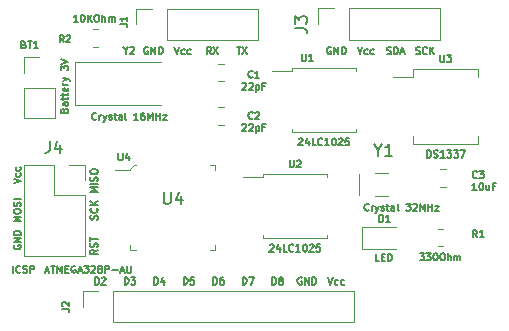
<source format=gbr>
%TF.GenerationSoftware,KiCad,Pcbnew,(6.0.1)*%
%TF.CreationDate,2022-06-05T18:07:15-04:00*%
%TF.ProjectId,PCB Design,50434220-4465-4736-9967-6e2e6b696361,v1*%
%TF.SameCoordinates,Original*%
%TF.FileFunction,Legend,Top*%
%TF.FilePolarity,Positive*%
%FSLAX46Y46*%
G04 Gerber Fmt 4.6, Leading zero omitted, Abs format (unit mm)*
G04 Created by KiCad (PCBNEW (6.0.1)) date 2022-06-05 18:07:15*
%MOMM*%
%LPD*%
G01*
G04 APERTURE LIST*
%ADD10C,0.150000*%
%ADD11C,0.120000*%
%ADD12C,0.100000*%
G04 APERTURE END LIST*
D10*
X105728571Y-106242857D02*
X105814285Y-106271428D01*
X105957142Y-106271428D01*
X106014285Y-106242857D01*
X106042857Y-106214285D01*
X106071428Y-106157142D01*
X106071428Y-106100000D01*
X106042857Y-106042857D01*
X106014285Y-106014285D01*
X105957142Y-105985714D01*
X105842857Y-105957142D01*
X105785714Y-105928571D01*
X105757142Y-105900000D01*
X105728571Y-105842857D01*
X105728571Y-105785714D01*
X105757142Y-105728571D01*
X105785714Y-105700000D01*
X105842857Y-105671428D01*
X105985714Y-105671428D01*
X106071428Y-105700000D01*
X106671428Y-106214285D02*
X106642857Y-106242857D01*
X106557142Y-106271428D01*
X106500000Y-106271428D01*
X106414285Y-106242857D01*
X106357142Y-106185714D01*
X106328571Y-106128571D01*
X106300000Y-106014285D01*
X106300000Y-105928571D01*
X106328571Y-105814285D01*
X106357142Y-105757142D01*
X106414285Y-105700000D01*
X106500000Y-105671428D01*
X106557142Y-105671428D01*
X106642857Y-105700000D01*
X106671428Y-105728571D01*
X106928571Y-106271428D02*
X106928571Y-105671428D01*
X107271428Y-106271428D02*
X107014285Y-105928571D01*
X107271428Y-105671428D02*
X106928571Y-106014285D01*
X103271428Y-106242857D02*
X103357142Y-106271428D01*
X103500000Y-106271428D01*
X103557142Y-106242857D01*
X103585714Y-106214285D01*
X103614285Y-106157142D01*
X103614285Y-106100000D01*
X103585714Y-106042857D01*
X103557142Y-106014285D01*
X103500000Y-105985714D01*
X103385714Y-105957142D01*
X103328571Y-105928571D01*
X103300000Y-105900000D01*
X103271428Y-105842857D01*
X103271428Y-105785714D01*
X103300000Y-105728571D01*
X103328571Y-105700000D01*
X103385714Y-105671428D01*
X103528571Y-105671428D01*
X103614285Y-105700000D01*
X103871428Y-106271428D02*
X103871428Y-105671428D01*
X104014285Y-105671428D01*
X104100000Y-105700000D01*
X104157142Y-105757142D01*
X104185714Y-105814285D01*
X104214285Y-105928571D01*
X104214285Y-106014285D01*
X104185714Y-106128571D01*
X104157142Y-106185714D01*
X104100000Y-106242857D01*
X104014285Y-106271428D01*
X103871428Y-106271428D01*
X104442857Y-106100000D02*
X104728571Y-106100000D01*
X104385714Y-106271428D02*
X104585714Y-105671428D01*
X104785714Y-106271428D01*
X100785714Y-105671428D02*
X100985714Y-106271428D01*
X101185714Y-105671428D01*
X101642857Y-106242857D02*
X101585714Y-106271428D01*
X101471428Y-106271428D01*
X101414285Y-106242857D01*
X101385714Y-106214285D01*
X101357142Y-106157142D01*
X101357142Y-105985714D01*
X101385714Y-105928571D01*
X101414285Y-105900000D01*
X101471428Y-105871428D01*
X101585714Y-105871428D01*
X101642857Y-105900000D01*
X102157142Y-106242857D02*
X102100000Y-106271428D01*
X101985714Y-106271428D01*
X101928571Y-106242857D01*
X101900000Y-106214285D01*
X101871428Y-106157142D01*
X101871428Y-105985714D01*
X101900000Y-105928571D01*
X101928571Y-105900000D01*
X101985714Y-105871428D01*
X102100000Y-105871428D01*
X102157142Y-105900000D01*
X98542857Y-105700000D02*
X98485714Y-105671428D01*
X98400000Y-105671428D01*
X98314285Y-105700000D01*
X98257142Y-105757142D01*
X98228571Y-105814285D01*
X98200000Y-105928571D01*
X98200000Y-106014285D01*
X98228571Y-106128571D01*
X98257142Y-106185714D01*
X98314285Y-106242857D01*
X98400000Y-106271428D01*
X98457142Y-106271428D01*
X98542857Y-106242857D01*
X98571428Y-106214285D01*
X98571428Y-106014285D01*
X98457142Y-106014285D01*
X98828571Y-106271428D02*
X98828571Y-105671428D01*
X99171428Y-106271428D01*
X99171428Y-105671428D01*
X99457142Y-106271428D02*
X99457142Y-105671428D01*
X99600000Y-105671428D01*
X99685714Y-105700000D01*
X99742857Y-105757142D01*
X99771428Y-105814285D01*
X99800000Y-105928571D01*
X99800000Y-106014285D01*
X99771428Y-106128571D01*
X99742857Y-106185714D01*
X99685714Y-106242857D01*
X99600000Y-106271428D01*
X99457142Y-106271428D01*
X74357142Y-124600000D02*
X74642857Y-124600000D01*
X74300000Y-124771428D02*
X74500000Y-124171428D01*
X74700000Y-124771428D01*
X74814285Y-124171428D02*
X75157142Y-124171428D01*
X74985714Y-124771428D02*
X74985714Y-124171428D01*
X75357142Y-124771428D02*
X75357142Y-124171428D01*
X75557142Y-124600000D01*
X75757142Y-124171428D01*
X75757142Y-124771428D01*
X76042857Y-124457142D02*
X76242857Y-124457142D01*
X76328571Y-124771428D02*
X76042857Y-124771428D01*
X76042857Y-124171428D01*
X76328571Y-124171428D01*
X76900000Y-124200000D02*
X76842857Y-124171428D01*
X76757142Y-124171428D01*
X76671428Y-124200000D01*
X76614285Y-124257142D01*
X76585714Y-124314285D01*
X76557142Y-124428571D01*
X76557142Y-124514285D01*
X76585714Y-124628571D01*
X76614285Y-124685714D01*
X76671428Y-124742857D01*
X76757142Y-124771428D01*
X76814285Y-124771428D01*
X76900000Y-124742857D01*
X76928571Y-124714285D01*
X76928571Y-124514285D01*
X76814285Y-124514285D01*
X77157142Y-124600000D02*
X77442857Y-124600000D01*
X77100000Y-124771428D02*
X77300000Y-124171428D01*
X77500000Y-124771428D01*
X77642857Y-124171428D02*
X78014285Y-124171428D01*
X77814285Y-124400000D01*
X77900000Y-124400000D01*
X77957142Y-124428571D01*
X77985714Y-124457142D01*
X78014285Y-124514285D01*
X78014285Y-124657142D01*
X77985714Y-124714285D01*
X77957142Y-124742857D01*
X77900000Y-124771428D01*
X77728571Y-124771428D01*
X77671428Y-124742857D01*
X77642857Y-124714285D01*
X78242857Y-124228571D02*
X78271428Y-124200000D01*
X78328571Y-124171428D01*
X78471428Y-124171428D01*
X78528571Y-124200000D01*
X78557142Y-124228571D01*
X78585714Y-124285714D01*
X78585714Y-124342857D01*
X78557142Y-124428571D01*
X78214285Y-124771428D01*
X78585714Y-124771428D01*
X78928571Y-124428571D02*
X78871428Y-124400000D01*
X78842857Y-124371428D01*
X78814285Y-124314285D01*
X78814285Y-124285714D01*
X78842857Y-124228571D01*
X78871428Y-124200000D01*
X78928571Y-124171428D01*
X79042857Y-124171428D01*
X79100000Y-124200000D01*
X79128571Y-124228571D01*
X79157142Y-124285714D01*
X79157142Y-124314285D01*
X79128571Y-124371428D01*
X79100000Y-124400000D01*
X79042857Y-124428571D01*
X78928571Y-124428571D01*
X78871428Y-124457142D01*
X78842857Y-124485714D01*
X78814285Y-124542857D01*
X78814285Y-124657142D01*
X78842857Y-124714285D01*
X78871428Y-124742857D01*
X78928571Y-124771428D01*
X79042857Y-124771428D01*
X79100000Y-124742857D01*
X79128571Y-124714285D01*
X79157142Y-124657142D01*
X79157142Y-124542857D01*
X79128571Y-124485714D01*
X79100000Y-124457142D01*
X79042857Y-124428571D01*
X79414285Y-124771428D02*
X79414285Y-124171428D01*
X79642857Y-124171428D01*
X79700000Y-124200000D01*
X79728571Y-124228571D01*
X79757142Y-124285714D01*
X79757142Y-124371428D01*
X79728571Y-124428571D01*
X79700000Y-124457142D01*
X79642857Y-124485714D01*
X79414285Y-124485714D01*
X80014285Y-124542857D02*
X80471428Y-124542857D01*
X80728571Y-124600000D02*
X81014285Y-124600000D01*
X80671428Y-124771428D02*
X80871428Y-124171428D01*
X81071428Y-124771428D01*
X81271428Y-124171428D02*
X81271428Y-124657142D01*
X81300000Y-124714285D01*
X81328571Y-124742857D01*
X81385714Y-124771428D01*
X81500000Y-124771428D01*
X81557142Y-124742857D01*
X81585714Y-124714285D01*
X81614285Y-124657142D01*
X81614285Y-124171428D01*
X90542857Y-105671428D02*
X90885714Y-105671428D01*
X90714285Y-106271428D02*
X90714285Y-105671428D01*
X91028571Y-105671428D02*
X91428571Y-106271428D01*
X91428571Y-105671428D02*
X91028571Y-106271428D01*
X88380000Y-106271428D02*
X88180000Y-105985714D01*
X88037142Y-106271428D02*
X88037142Y-105671428D01*
X88265714Y-105671428D01*
X88322857Y-105700000D01*
X88351428Y-105728571D01*
X88380000Y-105785714D01*
X88380000Y-105871428D01*
X88351428Y-105928571D01*
X88322857Y-105957142D01*
X88265714Y-105985714D01*
X88037142Y-105985714D01*
X88580000Y-105671428D02*
X88980000Y-106271428D01*
X88980000Y-105671428D02*
X88580000Y-106271428D01*
X83042857Y-105700000D02*
X82985714Y-105671428D01*
X82900000Y-105671428D01*
X82814285Y-105700000D01*
X82757142Y-105757142D01*
X82728571Y-105814285D01*
X82700000Y-105928571D01*
X82700000Y-106014285D01*
X82728571Y-106128571D01*
X82757142Y-106185714D01*
X82814285Y-106242857D01*
X82900000Y-106271428D01*
X82957142Y-106271428D01*
X83042857Y-106242857D01*
X83071428Y-106214285D01*
X83071428Y-106014285D01*
X82957142Y-106014285D01*
X83328571Y-106271428D02*
X83328571Y-105671428D01*
X83671428Y-106271428D01*
X83671428Y-105671428D01*
X83957142Y-106271428D02*
X83957142Y-105671428D01*
X84100000Y-105671428D01*
X84185714Y-105700000D01*
X84242857Y-105757142D01*
X84271428Y-105814285D01*
X84300000Y-105928571D01*
X84300000Y-106014285D01*
X84271428Y-106128571D01*
X84242857Y-106185714D01*
X84185714Y-106242857D01*
X84100000Y-106271428D01*
X83957142Y-106271428D01*
X85285714Y-105671428D02*
X85485714Y-106271428D01*
X85685714Y-105671428D01*
X86142857Y-106242857D02*
X86085714Y-106271428D01*
X85971428Y-106271428D01*
X85914285Y-106242857D01*
X85885714Y-106214285D01*
X85857142Y-106157142D01*
X85857142Y-105985714D01*
X85885714Y-105928571D01*
X85914285Y-105900000D01*
X85971428Y-105871428D01*
X86085714Y-105871428D01*
X86142857Y-105900000D01*
X86657142Y-106242857D02*
X86600000Y-106271428D01*
X86485714Y-106271428D01*
X86428571Y-106242857D01*
X86400000Y-106214285D01*
X86371428Y-106157142D01*
X86371428Y-105985714D01*
X86400000Y-105928571D01*
X86428571Y-105900000D01*
X86485714Y-105871428D01*
X86600000Y-105871428D01*
X86657142Y-105900000D01*
X71671428Y-117214285D02*
X72271428Y-117014285D01*
X71671428Y-116814285D01*
X72242857Y-116357142D02*
X72271428Y-116414285D01*
X72271428Y-116528571D01*
X72242857Y-116585714D01*
X72214285Y-116614285D01*
X72157142Y-116642857D01*
X71985714Y-116642857D01*
X71928571Y-116614285D01*
X71900000Y-116585714D01*
X71871428Y-116528571D01*
X71871428Y-116414285D01*
X71900000Y-116357142D01*
X72242857Y-115842857D02*
X72271428Y-115900000D01*
X72271428Y-116014285D01*
X72242857Y-116071428D01*
X72214285Y-116100000D01*
X72157142Y-116128571D01*
X71985714Y-116128571D01*
X71928571Y-116100000D01*
X71900000Y-116071428D01*
X71871428Y-116014285D01*
X71871428Y-115900000D01*
X71900000Y-115842857D01*
X72271428Y-120432857D02*
X71671428Y-120432857D01*
X72100000Y-120232857D01*
X71671428Y-120032857D01*
X72271428Y-120032857D01*
X71671428Y-119632857D02*
X71671428Y-119518571D01*
X71700000Y-119461428D01*
X71757142Y-119404285D01*
X71871428Y-119375714D01*
X72071428Y-119375714D01*
X72185714Y-119404285D01*
X72242857Y-119461428D01*
X72271428Y-119518571D01*
X72271428Y-119632857D01*
X72242857Y-119690000D01*
X72185714Y-119747142D01*
X72071428Y-119775714D01*
X71871428Y-119775714D01*
X71757142Y-119747142D01*
X71700000Y-119690000D01*
X71671428Y-119632857D01*
X72242857Y-119147142D02*
X72271428Y-119061428D01*
X72271428Y-118918571D01*
X72242857Y-118861428D01*
X72214285Y-118832857D01*
X72157142Y-118804285D01*
X72100000Y-118804285D01*
X72042857Y-118832857D01*
X72014285Y-118861428D01*
X71985714Y-118918571D01*
X71957142Y-119032857D01*
X71928571Y-119090000D01*
X71900000Y-119118571D01*
X71842857Y-119147142D01*
X71785714Y-119147142D01*
X71728571Y-119118571D01*
X71700000Y-119090000D01*
X71671428Y-119032857D01*
X71671428Y-118890000D01*
X71700000Y-118804285D01*
X72271428Y-118547142D02*
X71671428Y-118547142D01*
X71700000Y-122457142D02*
X71671428Y-122514285D01*
X71671428Y-122600000D01*
X71700000Y-122685714D01*
X71757142Y-122742857D01*
X71814285Y-122771428D01*
X71928571Y-122800000D01*
X72014285Y-122800000D01*
X72128571Y-122771428D01*
X72185714Y-122742857D01*
X72242857Y-122685714D01*
X72271428Y-122600000D01*
X72271428Y-122542857D01*
X72242857Y-122457142D01*
X72214285Y-122428571D01*
X72014285Y-122428571D01*
X72014285Y-122542857D01*
X72271428Y-122171428D02*
X71671428Y-122171428D01*
X72271428Y-121828571D01*
X71671428Y-121828571D01*
X72271428Y-121542857D02*
X71671428Y-121542857D01*
X71671428Y-121400000D01*
X71700000Y-121314285D01*
X71757142Y-121257142D01*
X71814285Y-121228571D01*
X71928571Y-121200000D01*
X72014285Y-121200000D01*
X72128571Y-121228571D01*
X72185714Y-121257142D01*
X72242857Y-121314285D01*
X72271428Y-121400000D01*
X72271428Y-121542857D01*
X78771428Y-117942857D02*
X78171428Y-117942857D01*
X78600000Y-117742857D01*
X78171428Y-117542857D01*
X78771428Y-117542857D01*
X78771428Y-117257142D02*
X78171428Y-117257142D01*
X78742857Y-117000000D02*
X78771428Y-116914285D01*
X78771428Y-116771428D01*
X78742857Y-116714285D01*
X78714285Y-116685714D01*
X78657142Y-116657142D01*
X78600000Y-116657142D01*
X78542857Y-116685714D01*
X78514285Y-116714285D01*
X78485714Y-116771428D01*
X78457142Y-116885714D01*
X78428571Y-116942857D01*
X78400000Y-116971428D01*
X78342857Y-117000000D01*
X78285714Y-117000000D01*
X78228571Y-116971428D01*
X78200000Y-116942857D01*
X78171428Y-116885714D01*
X78171428Y-116742857D01*
X78200000Y-116657142D01*
X78171428Y-116285714D02*
X78171428Y-116171428D01*
X78200000Y-116114285D01*
X78257142Y-116057142D01*
X78371428Y-116028571D01*
X78571428Y-116028571D01*
X78685714Y-116057142D01*
X78742857Y-116114285D01*
X78771428Y-116171428D01*
X78771428Y-116285714D01*
X78742857Y-116342857D01*
X78685714Y-116400000D01*
X78571428Y-116428571D01*
X78371428Y-116428571D01*
X78257142Y-116400000D01*
X78200000Y-116342857D01*
X78171428Y-116285714D01*
X78742857Y-120271428D02*
X78771428Y-120185714D01*
X78771428Y-120042857D01*
X78742857Y-119985714D01*
X78714285Y-119957142D01*
X78657142Y-119928571D01*
X78600000Y-119928571D01*
X78542857Y-119957142D01*
X78514285Y-119985714D01*
X78485714Y-120042857D01*
X78457142Y-120157142D01*
X78428571Y-120214285D01*
X78400000Y-120242857D01*
X78342857Y-120271428D01*
X78285714Y-120271428D01*
X78228571Y-120242857D01*
X78200000Y-120214285D01*
X78171428Y-120157142D01*
X78171428Y-120014285D01*
X78200000Y-119928571D01*
X78714285Y-119328571D02*
X78742857Y-119357142D01*
X78771428Y-119442857D01*
X78771428Y-119500000D01*
X78742857Y-119585714D01*
X78685714Y-119642857D01*
X78628571Y-119671428D01*
X78514285Y-119700000D01*
X78428571Y-119700000D01*
X78314285Y-119671428D01*
X78257142Y-119642857D01*
X78200000Y-119585714D01*
X78171428Y-119500000D01*
X78171428Y-119442857D01*
X78200000Y-119357142D01*
X78228571Y-119328571D01*
X78771428Y-119071428D02*
X78171428Y-119071428D01*
X78771428Y-118728571D02*
X78428571Y-118985714D01*
X78171428Y-118728571D02*
X78514285Y-119071428D01*
X78771428Y-122828571D02*
X78485714Y-123028571D01*
X78771428Y-123171428D02*
X78171428Y-123171428D01*
X78171428Y-122942857D01*
X78200000Y-122885714D01*
X78228571Y-122857142D01*
X78285714Y-122828571D01*
X78371428Y-122828571D01*
X78428571Y-122857142D01*
X78457142Y-122885714D01*
X78485714Y-122942857D01*
X78485714Y-123171428D01*
X78742857Y-122600000D02*
X78771428Y-122514285D01*
X78771428Y-122371428D01*
X78742857Y-122314285D01*
X78714285Y-122285714D01*
X78657142Y-122257142D01*
X78600000Y-122257142D01*
X78542857Y-122285714D01*
X78514285Y-122314285D01*
X78485714Y-122371428D01*
X78457142Y-122485714D01*
X78428571Y-122542857D01*
X78400000Y-122571428D01*
X78342857Y-122600000D01*
X78285714Y-122600000D01*
X78228571Y-122571428D01*
X78200000Y-122542857D01*
X78171428Y-122485714D01*
X78171428Y-122342857D01*
X78200000Y-122257142D01*
X78171428Y-122085714D02*
X78171428Y-121742857D01*
X78771428Y-121914285D02*
X78171428Y-121914285D01*
X98285714Y-125171428D02*
X98485714Y-125771428D01*
X98685714Y-125171428D01*
X99142857Y-125742857D02*
X99085714Y-125771428D01*
X98971428Y-125771428D01*
X98914285Y-125742857D01*
X98885714Y-125714285D01*
X98857142Y-125657142D01*
X98857142Y-125485714D01*
X98885714Y-125428571D01*
X98914285Y-125400000D01*
X98971428Y-125371428D01*
X99085714Y-125371428D01*
X99142857Y-125400000D01*
X99657142Y-125742857D02*
X99600000Y-125771428D01*
X99485714Y-125771428D01*
X99428571Y-125742857D01*
X99400000Y-125714285D01*
X99371428Y-125657142D01*
X99371428Y-125485714D01*
X99400000Y-125428571D01*
X99428571Y-125400000D01*
X99485714Y-125371428D01*
X99600000Y-125371428D01*
X99657142Y-125400000D01*
X96042857Y-125200000D02*
X95985714Y-125171428D01*
X95900000Y-125171428D01*
X95814285Y-125200000D01*
X95757142Y-125257142D01*
X95728571Y-125314285D01*
X95700000Y-125428571D01*
X95700000Y-125514285D01*
X95728571Y-125628571D01*
X95757142Y-125685714D01*
X95814285Y-125742857D01*
X95900000Y-125771428D01*
X95957142Y-125771428D01*
X96042857Y-125742857D01*
X96071428Y-125714285D01*
X96071428Y-125514285D01*
X95957142Y-125514285D01*
X96328571Y-125771428D02*
X96328571Y-125171428D01*
X96671428Y-125771428D01*
X96671428Y-125171428D01*
X96957142Y-125771428D02*
X96957142Y-125171428D01*
X97100000Y-125171428D01*
X97185714Y-125200000D01*
X97242857Y-125257142D01*
X97271428Y-125314285D01*
X97300000Y-125428571D01*
X97300000Y-125514285D01*
X97271428Y-125628571D01*
X97242857Y-125685714D01*
X97185714Y-125742857D01*
X97100000Y-125771428D01*
X96957142Y-125771428D01*
X93557142Y-125771428D02*
X93557142Y-125171428D01*
X93700000Y-125171428D01*
X93785714Y-125200000D01*
X93842857Y-125257142D01*
X93871428Y-125314285D01*
X93900000Y-125428571D01*
X93900000Y-125514285D01*
X93871428Y-125628571D01*
X93842857Y-125685714D01*
X93785714Y-125742857D01*
X93700000Y-125771428D01*
X93557142Y-125771428D01*
X94242857Y-125428571D02*
X94185714Y-125400000D01*
X94157142Y-125371428D01*
X94128571Y-125314285D01*
X94128571Y-125285714D01*
X94157142Y-125228571D01*
X94185714Y-125200000D01*
X94242857Y-125171428D01*
X94357142Y-125171428D01*
X94414285Y-125200000D01*
X94442857Y-125228571D01*
X94471428Y-125285714D01*
X94471428Y-125314285D01*
X94442857Y-125371428D01*
X94414285Y-125400000D01*
X94357142Y-125428571D01*
X94242857Y-125428571D01*
X94185714Y-125457142D01*
X94157142Y-125485714D01*
X94128571Y-125542857D01*
X94128571Y-125657142D01*
X94157142Y-125714285D01*
X94185714Y-125742857D01*
X94242857Y-125771428D01*
X94357142Y-125771428D01*
X94414285Y-125742857D01*
X94442857Y-125714285D01*
X94471428Y-125657142D01*
X94471428Y-125542857D01*
X94442857Y-125485714D01*
X94414285Y-125457142D01*
X94357142Y-125428571D01*
X91057142Y-125771428D02*
X91057142Y-125171428D01*
X91200000Y-125171428D01*
X91285714Y-125200000D01*
X91342857Y-125257142D01*
X91371428Y-125314285D01*
X91400000Y-125428571D01*
X91400000Y-125514285D01*
X91371428Y-125628571D01*
X91342857Y-125685714D01*
X91285714Y-125742857D01*
X91200000Y-125771428D01*
X91057142Y-125771428D01*
X91600000Y-125171428D02*
X92000000Y-125171428D01*
X91742857Y-125771428D01*
X88557142Y-125771428D02*
X88557142Y-125171428D01*
X88700000Y-125171428D01*
X88785714Y-125200000D01*
X88842857Y-125257142D01*
X88871428Y-125314285D01*
X88900000Y-125428571D01*
X88900000Y-125514285D01*
X88871428Y-125628571D01*
X88842857Y-125685714D01*
X88785714Y-125742857D01*
X88700000Y-125771428D01*
X88557142Y-125771428D01*
X89414285Y-125171428D02*
X89300000Y-125171428D01*
X89242857Y-125200000D01*
X89214285Y-125228571D01*
X89157142Y-125314285D01*
X89128571Y-125428571D01*
X89128571Y-125657142D01*
X89157142Y-125714285D01*
X89185714Y-125742857D01*
X89242857Y-125771428D01*
X89357142Y-125771428D01*
X89414285Y-125742857D01*
X89442857Y-125714285D01*
X89471428Y-125657142D01*
X89471428Y-125514285D01*
X89442857Y-125457142D01*
X89414285Y-125428571D01*
X89357142Y-125400000D01*
X89242857Y-125400000D01*
X89185714Y-125428571D01*
X89157142Y-125457142D01*
X89128571Y-125514285D01*
X86057142Y-125771428D02*
X86057142Y-125171428D01*
X86200000Y-125171428D01*
X86285714Y-125200000D01*
X86342857Y-125257142D01*
X86371428Y-125314285D01*
X86400000Y-125428571D01*
X86400000Y-125514285D01*
X86371428Y-125628571D01*
X86342857Y-125685714D01*
X86285714Y-125742857D01*
X86200000Y-125771428D01*
X86057142Y-125771428D01*
X86942857Y-125171428D02*
X86657142Y-125171428D01*
X86628571Y-125457142D01*
X86657142Y-125428571D01*
X86714285Y-125400000D01*
X86857142Y-125400000D01*
X86914285Y-125428571D01*
X86942857Y-125457142D01*
X86971428Y-125514285D01*
X86971428Y-125657142D01*
X86942857Y-125714285D01*
X86914285Y-125742857D01*
X86857142Y-125771428D01*
X86714285Y-125771428D01*
X86657142Y-125742857D01*
X86628571Y-125714285D01*
X78557142Y-125771428D02*
X78557142Y-125171428D01*
X78700000Y-125171428D01*
X78785714Y-125200000D01*
X78842857Y-125257142D01*
X78871428Y-125314285D01*
X78900000Y-125428571D01*
X78900000Y-125514285D01*
X78871428Y-125628571D01*
X78842857Y-125685714D01*
X78785714Y-125742857D01*
X78700000Y-125771428D01*
X78557142Y-125771428D01*
X79128571Y-125228571D02*
X79157142Y-125200000D01*
X79214285Y-125171428D01*
X79357142Y-125171428D01*
X79414285Y-125200000D01*
X79442857Y-125228571D01*
X79471428Y-125285714D01*
X79471428Y-125342857D01*
X79442857Y-125428571D01*
X79100000Y-125771428D01*
X79471428Y-125771428D01*
X83557142Y-125771428D02*
X83557142Y-125171428D01*
X83700000Y-125171428D01*
X83785714Y-125200000D01*
X83842857Y-125257142D01*
X83871428Y-125314285D01*
X83900000Y-125428571D01*
X83900000Y-125514285D01*
X83871428Y-125628571D01*
X83842857Y-125685714D01*
X83785714Y-125742857D01*
X83700000Y-125771428D01*
X83557142Y-125771428D01*
X84414285Y-125371428D02*
X84414285Y-125771428D01*
X84271428Y-125142857D02*
X84128571Y-125571428D01*
X84500000Y-125571428D01*
X81057142Y-125771428D02*
X81057142Y-125171428D01*
X81200000Y-125171428D01*
X81285714Y-125200000D01*
X81342857Y-125257142D01*
X81371428Y-125314285D01*
X81400000Y-125428571D01*
X81400000Y-125514285D01*
X81371428Y-125628571D01*
X81342857Y-125685714D01*
X81285714Y-125742857D01*
X81200000Y-125771428D01*
X81057142Y-125771428D01*
X81600000Y-125171428D02*
X81971428Y-125171428D01*
X81771428Y-125400000D01*
X81857142Y-125400000D01*
X81914285Y-125428571D01*
X81942857Y-125457142D01*
X81971428Y-125514285D01*
X81971428Y-125657142D01*
X81942857Y-125714285D01*
X81914285Y-125742857D01*
X81857142Y-125771428D01*
X81685714Y-125771428D01*
X81628571Y-125742857D01*
X81600000Y-125714285D01*
%TO.C,J1*%
X80671428Y-103700000D02*
X81100000Y-103700000D01*
X81185714Y-103728571D01*
X81242857Y-103785714D01*
X81271428Y-103871428D01*
X81271428Y-103928571D01*
X81271428Y-103100000D02*
X81271428Y-103442857D01*
X81271428Y-103271428D02*
X80671428Y-103271428D01*
X80757142Y-103328571D01*
X80814285Y-103385714D01*
X80842857Y-103442857D01*
%TO.C,C1*%
X91900000Y-108214285D02*
X91871428Y-108242857D01*
X91785714Y-108271428D01*
X91728571Y-108271428D01*
X91642857Y-108242857D01*
X91585714Y-108185714D01*
X91557142Y-108128571D01*
X91528571Y-108014285D01*
X91528571Y-107928571D01*
X91557142Y-107814285D01*
X91585714Y-107757142D01*
X91642857Y-107700000D01*
X91728571Y-107671428D01*
X91785714Y-107671428D01*
X91871428Y-107700000D01*
X91900000Y-107728571D01*
X92471428Y-108271428D02*
X92128571Y-108271428D01*
X92300000Y-108271428D02*
X92300000Y-107671428D01*
X92242857Y-107757142D01*
X92185714Y-107814285D01*
X92128571Y-107842857D01*
X91014285Y-108728571D02*
X91042857Y-108700000D01*
X91100000Y-108671428D01*
X91242857Y-108671428D01*
X91300000Y-108700000D01*
X91328571Y-108728571D01*
X91357142Y-108785714D01*
X91357142Y-108842857D01*
X91328571Y-108928571D01*
X90985714Y-109271428D01*
X91357142Y-109271428D01*
X91585714Y-108728571D02*
X91614285Y-108700000D01*
X91671428Y-108671428D01*
X91814285Y-108671428D01*
X91871428Y-108700000D01*
X91900000Y-108728571D01*
X91928571Y-108785714D01*
X91928571Y-108842857D01*
X91900000Y-108928571D01*
X91557142Y-109271428D01*
X91928571Y-109271428D01*
X92185714Y-108871428D02*
X92185714Y-109471428D01*
X92185714Y-108900000D02*
X92242857Y-108871428D01*
X92357142Y-108871428D01*
X92414285Y-108900000D01*
X92442857Y-108928571D01*
X92471428Y-108985714D01*
X92471428Y-109157142D01*
X92442857Y-109214285D01*
X92414285Y-109242857D01*
X92357142Y-109271428D01*
X92242857Y-109271428D01*
X92185714Y-109242857D01*
X92928571Y-108957142D02*
X92728571Y-108957142D01*
X92728571Y-109271428D02*
X92728571Y-108671428D01*
X93014285Y-108671428D01*
%TO.C,U2*%
X95042857Y-115261428D02*
X95042857Y-115747142D01*
X95071428Y-115804285D01*
X95100000Y-115832857D01*
X95157142Y-115861428D01*
X95271428Y-115861428D01*
X95328571Y-115832857D01*
X95357142Y-115804285D01*
X95385714Y-115747142D01*
X95385714Y-115261428D01*
X95642857Y-115318571D02*
X95671428Y-115290000D01*
X95728571Y-115261428D01*
X95871428Y-115261428D01*
X95928571Y-115290000D01*
X95957142Y-115318571D01*
X95985714Y-115375714D01*
X95985714Y-115432857D01*
X95957142Y-115518571D01*
X95614285Y-115861428D01*
X95985714Y-115861428D01*
X93357142Y-122438571D02*
X93385714Y-122410000D01*
X93442857Y-122381428D01*
X93585714Y-122381428D01*
X93642857Y-122410000D01*
X93671428Y-122438571D01*
X93700000Y-122495714D01*
X93700000Y-122552857D01*
X93671428Y-122638571D01*
X93328571Y-122981428D01*
X93700000Y-122981428D01*
X94214285Y-122581428D02*
X94214285Y-122981428D01*
X94071428Y-122352857D02*
X93928571Y-122781428D01*
X94300000Y-122781428D01*
X94814285Y-122981428D02*
X94528571Y-122981428D01*
X94528571Y-122381428D01*
X95357142Y-122924285D02*
X95328571Y-122952857D01*
X95242857Y-122981428D01*
X95185714Y-122981428D01*
X95100000Y-122952857D01*
X95042857Y-122895714D01*
X95014285Y-122838571D01*
X94985714Y-122724285D01*
X94985714Y-122638571D01*
X95014285Y-122524285D01*
X95042857Y-122467142D01*
X95100000Y-122410000D01*
X95185714Y-122381428D01*
X95242857Y-122381428D01*
X95328571Y-122410000D01*
X95357142Y-122438571D01*
X95928571Y-122981428D02*
X95585714Y-122981428D01*
X95757142Y-122981428D02*
X95757142Y-122381428D01*
X95700000Y-122467142D01*
X95642857Y-122524285D01*
X95585714Y-122552857D01*
X96300000Y-122381428D02*
X96357142Y-122381428D01*
X96414285Y-122410000D01*
X96442857Y-122438571D01*
X96471428Y-122495714D01*
X96500000Y-122610000D01*
X96500000Y-122752857D01*
X96471428Y-122867142D01*
X96442857Y-122924285D01*
X96414285Y-122952857D01*
X96357142Y-122981428D01*
X96300000Y-122981428D01*
X96242857Y-122952857D01*
X96214285Y-122924285D01*
X96185714Y-122867142D01*
X96157142Y-122752857D01*
X96157142Y-122610000D01*
X96185714Y-122495714D01*
X96214285Y-122438571D01*
X96242857Y-122410000D01*
X96300000Y-122381428D01*
X96728571Y-122438571D02*
X96757142Y-122410000D01*
X96814285Y-122381428D01*
X96957142Y-122381428D01*
X97014285Y-122410000D01*
X97042857Y-122438571D01*
X97071428Y-122495714D01*
X97071428Y-122552857D01*
X97042857Y-122638571D01*
X96700000Y-122981428D01*
X97071428Y-122981428D01*
X97614285Y-122381428D02*
X97328571Y-122381428D01*
X97300000Y-122667142D01*
X97328571Y-122638571D01*
X97385714Y-122610000D01*
X97528571Y-122610000D01*
X97585714Y-122638571D01*
X97614285Y-122667142D01*
X97642857Y-122724285D01*
X97642857Y-122867142D01*
X97614285Y-122924285D01*
X97585714Y-122952857D01*
X97528571Y-122981428D01*
X97385714Y-122981428D01*
X97328571Y-122952857D01*
X97300000Y-122924285D01*
%TO.C,Y2*%
X81164285Y-105935714D02*
X81164285Y-106221428D01*
X80964285Y-105621428D02*
X81164285Y-105935714D01*
X81364285Y-105621428D01*
X81535714Y-105678571D02*
X81564285Y-105650000D01*
X81621428Y-105621428D01*
X81764285Y-105621428D01*
X81821428Y-105650000D01*
X81850000Y-105678571D01*
X81878571Y-105735714D01*
X81878571Y-105792857D01*
X81850000Y-105878571D01*
X81507142Y-106221428D01*
X81878571Y-106221428D01*
X78678571Y-111764285D02*
X78650000Y-111792857D01*
X78564285Y-111821428D01*
X78507142Y-111821428D01*
X78421428Y-111792857D01*
X78364285Y-111735714D01*
X78335714Y-111678571D01*
X78307142Y-111564285D01*
X78307142Y-111478571D01*
X78335714Y-111364285D01*
X78364285Y-111307142D01*
X78421428Y-111250000D01*
X78507142Y-111221428D01*
X78564285Y-111221428D01*
X78650000Y-111250000D01*
X78678571Y-111278571D01*
X78935714Y-111821428D02*
X78935714Y-111421428D01*
X78935714Y-111535714D02*
X78964285Y-111478571D01*
X78992857Y-111450000D01*
X79050000Y-111421428D01*
X79107142Y-111421428D01*
X79250000Y-111421428D02*
X79392857Y-111821428D01*
X79535714Y-111421428D02*
X79392857Y-111821428D01*
X79335714Y-111964285D01*
X79307142Y-111992857D01*
X79250000Y-112021428D01*
X79735714Y-111792857D02*
X79792857Y-111821428D01*
X79907142Y-111821428D01*
X79964285Y-111792857D01*
X79992857Y-111735714D01*
X79992857Y-111707142D01*
X79964285Y-111650000D01*
X79907142Y-111621428D01*
X79821428Y-111621428D01*
X79764285Y-111592857D01*
X79735714Y-111535714D01*
X79735714Y-111507142D01*
X79764285Y-111450000D01*
X79821428Y-111421428D01*
X79907142Y-111421428D01*
X79964285Y-111450000D01*
X80164285Y-111421428D02*
X80392857Y-111421428D01*
X80250000Y-111221428D02*
X80250000Y-111735714D01*
X80278571Y-111792857D01*
X80335714Y-111821428D01*
X80392857Y-111821428D01*
X80850000Y-111821428D02*
X80850000Y-111507142D01*
X80821428Y-111450000D01*
X80764285Y-111421428D01*
X80650000Y-111421428D01*
X80592857Y-111450000D01*
X80850000Y-111792857D02*
X80792857Y-111821428D01*
X80650000Y-111821428D01*
X80592857Y-111792857D01*
X80564285Y-111735714D01*
X80564285Y-111678571D01*
X80592857Y-111621428D01*
X80650000Y-111592857D01*
X80792857Y-111592857D01*
X80850000Y-111564285D01*
X81221428Y-111821428D02*
X81164285Y-111792857D01*
X81135714Y-111735714D01*
X81135714Y-111221428D01*
X82221428Y-111821428D02*
X81878571Y-111821428D01*
X82050000Y-111821428D02*
X82050000Y-111221428D01*
X81992857Y-111307142D01*
X81935714Y-111364285D01*
X81878571Y-111392857D01*
X82735714Y-111221428D02*
X82621428Y-111221428D01*
X82564285Y-111250000D01*
X82535714Y-111278571D01*
X82478571Y-111364285D01*
X82450000Y-111478571D01*
X82450000Y-111707142D01*
X82478571Y-111764285D01*
X82507142Y-111792857D01*
X82564285Y-111821428D01*
X82678571Y-111821428D01*
X82735714Y-111792857D01*
X82764285Y-111764285D01*
X82792857Y-111707142D01*
X82792857Y-111564285D01*
X82764285Y-111507142D01*
X82735714Y-111478571D01*
X82678571Y-111450000D01*
X82564285Y-111450000D01*
X82507142Y-111478571D01*
X82478571Y-111507142D01*
X82450000Y-111564285D01*
X83050000Y-111821428D02*
X83050000Y-111221428D01*
X83250000Y-111650000D01*
X83450000Y-111221428D01*
X83450000Y-111821428D01*
X83735714Y-111821428D02*
X83735714Y-111221428D01*
X83735714Y-111507142D02*
X84078571Y-111507142D01*
X84078571Y-111821428D02*
X84078571Y-111221428D01*
X84307142Y-111421428D02*
X84621428Y-111421428D01*
X84307142Y-111821428D01*
X84621428Y-111821428D01*
%TO.C,U3*%
X107792857Y-106321428D02*
X107792857Y-106807142D01*
X107821428Y-106864285D01*
X107850000Y-106892857D01*
X107907142Y-106921428D01*
X108021428Y-106921428D01*
X108078571Y-106892857D01*
X108107142Y-106864285D01*
X108135714Y-106807142D01*
X108135714Y-106321428D01*
X108364285Y-106321428D02*
X108735714Y-106321428D01*
X108535714Y-106550000D01*
X108621428Y-106550000D01*
X108678571Y-106578571D01*
X108707142Y-106607142D01*
X108735714Y-106664285D01*
X108735714Y-106807142D01*
X108707142Y-106864285D01*
X108678571Y-106892857D01*
X108621428Y-106921428D01*
X108450000Y-106921428D01*
X108392857Y-106892857D01*
X108364285Y-106864285D01*
X106664285Y-115021428D02*
X106664285Y-114421428D01*
X106807142Y-114421428D01*
X106892857Y-114450000D01*
X106950000Y-114507142D01*
X106978571Y-114564285D01*
X107007142Y-114678571D01*
X107007142Y-114764285D01*
X106978571Y-114878571D01*
X106950000Y-114935714D01*
X106892857Y-114992857D01*
X106807142Y-115021428D01*
X106664285Y-115021428D01*
X107235714Y-114992857D02*
X107321428Y-115021428D01*
X107464285Y-115021428D01*
X107521428Y-114992857D01*
X107550000Y-114964285D01*
X107578571Y-114907142D01*
X107578571Y-114850000D01*
X107550000Y-114792857D01*
X107521428Y-114764285D01*
X107464285Y-114735714D01*
X107350000Y-114707142D01*
X107292857Y-114678571D01*
X107264285Y-114650000D01*
X107235714Y-114592857D01*
X107235714Y-114535714D01*
X107264285Y-114478571D01*
X107292857Y-114450000D01*
X107350000Y-114421428D01*
X107492857Y-114421428D01*
X107578571Y-114450000D01*
X108150000Y-115021428D02*
X107807142Y-115021428D01*
X107978571Y-115021428D02*
X107978571Y-114421428D01*
X107921428Y-114507142D01*
X107864285Y-114564285D01*
X107807142Y-114592857D01*
X108350000Y-114421428D02*
X108721428Y-114421428D01*
X108521428Y-114650000D01*
X108607142Y-114650000D01*
X108664285Y-114678571D01*
X108692857Y-114707142D01*
X108721428Y-114764285D01*
X108721428Y-114907142D01*
X108692857Y-114964285D01*
X108664285Y-114992857D01*
X108607142Y-115021428D01*
X108435714Y-115021428D01*
X108378571Y-114992857D01*
X108350000Y-114964285D01*
X108921428Y-114421428D02*
X109292857Y-114421428D01*
X109092857Y-114650000D01*
X109178571Y-114650000D01*
X109235714Y-114678571D01*
X109264285Y-114707142D01*
X109292857Y-114764285D01*
X109292857Y-114907142D01*
X109264285Y-114964285D01*
X109235714Y-114992857D01*
X109178571Y-115021428D01*
X109007142Y-115021428D01*
X108950000Y-114992857D01*
X108921428Y-114964285D01*
X109492857Y-114421428D02*
X109892857Y-114421428D01*
X109635714Y-115021428D01*
%TO.C,J4*%
X74703566Y-113632380D02*
X74703566Y-114346666D01*
X74655947Y-114489523D01*
X74560709Y-114584761D01*
X74417852Y-114632380D01*
X74322614Y-114632380D01*
X75608328Y-113965714D02*
X75608328Y-114632380D01*
X75370233Y-113584761D02*
X75132138Y-114299047D01*
X75751185Y-114299047D01*
X71614285Y-124771428D02*
X71614285Y-124171428D01*
X72242857Y-124714285D02*
X72214285Y-124742857D01*
X72128571Y-124771428D01*
X72071428Y-124771428D01*
X71985714Y-124742857D01*
X71928571Y-124685714D01*
X71900000Y-124628571D01*
X71871428Y-124514285D01*
X71871428Y-124428571D01*
X71900000Y-124314285D01*
X71928571Y-124257142D01*
X71985714Y-124200000D01*
X72071428Y-124171428D01*
X72128571Y-124171428D01*
X72214285Y-124200000D01*
X72242857Y-124228571D01*
X72471428Y-124742857D02*
X72557142Y-124771428D01*
X72700000Y-124771428D01*
X72757142Y-124742857D01*
X72785714Y-124714285D01*
X72814285Y-124657142D01*
X72814285Y-124600000D01*
X72785714Y-124542857D01*
X72757142Y-124514285D01*
X72700000Y-124485714D01*
X72585714Y-124457142D01*
X72528571Y-124428571D01*
X72500000Y-124400000D01*
X72471428Y-124342857D01*
X72471428Y-124285714D01*
X72500000Y-124228571D01*
X72528571Y-124200000D01*
X72585714Y-124171428D01*
X72728571Y-124171428D01*
X72814285Y-124200000D01*
X73071428Y-124771428D02*
X73071428Y-124171428D01*
X73300000Y-124171428D01*
X73357142Y-124200000D01*
X73385714Y-124228571D01*
X73414285Y-124285714D01*
X73414285Y-124371428D01*
X73385714Y-124428571D01*
X73357142Y-124457142D01*
X73300000Y-124485714D01*
X73071428Y-124485714D01*
%TO.C,C2*%
X91900000Y-111714285D02*
X91871428Y-111742857D01*
X91785714Y-111771428D01*
X91728571Y-111771428D01*
X91642857Y-111742857D01*
X91585714Y-111685714D01*
X91557142Y-111628571D01*
X91528571Y-111514285D01*
X91528571Y-111428571D01*
X91557142Y-111314285D01*
X91585714Y-111257142D01*
X91642857Y-111200000D01*
X91728571Y-111171428D01*
X91785714Y-111171428D01*
X91871428Y-111200000D01*
X91900000Y-111228571D01*
X92128571Y-111228571D02*
X92157142Y-111200000D01*
X92214285Y-111171428D01*
X92357142Y-111171428D01*
X92414285Y-111200000D01*
X92442857Y-111228571D01*
X92471428Y-111285714D01*
X92471428Y-111342857D01*
X92442857Y-111428571D01*
X92100000Y-111771428D01*
X92471428Y-111771428D01*
X91014285Y-112228571D02*
X91042857Y-112200000D01*
X91100000Y-112171428D01*
X91242857Y-112171428D01*
X91300000Y-112200000D01*
X91328571Y-112228571D01*
X91357142Y-112285714D01*
X91357142Y-112342857D01*
X91328571Y-112428571D01*
X90985714Y-112771428D01*
X91357142Y-112771428D01*
X91585714Y-112228571D02*
X91614285Y-112200000D01*
X91671428Y-112171428D01*
X91814285Y-112171428D01*
X91871428Y-112200000D01*
X91900000Y-112228571D01*
X91928571Y-112285714D01*
X91928571Y-112342857D01*
X91900000Y-112428571D01*
X91557142Y-112771428D01*
X91928571Y-112771428D01*
X92185714Y-112371428D02*
X92185714Y-112971428D01*
X92185714Y-112400000D02*
X92242857Y-112371428D01*
X92357142Y-112371428D01*
X92414285Y-112400000D01*
X92442857Y-112428571D01*
X92471428Y-112485714D01*
X92471428Y-112657142D01*
X92442857Y-112714285D01*
X92414285Y-112742857D01*
X92357142Y-112771428D01*
X92242857Y-112771428D01*
X92185714Y-112742857D01*
X92928571Y-112457142D02*
X92728571Y-112457142D01*
X92728571Y-112771428D02*
X92728571Y-112171428D01*
X93014285Y-112171428D01*
%TO.C,U1*%
X96042857Y-106261428D02*
X96042857Y-106747142D01*
X96071428Y-106804285D01*
X96100000Y-106832857D01*
X96157142Y-106861428D01*
X96271428Y-106861428D01*
X96328571Y-106832857D01*
X96357142Y-106804285D01*
X96385714Y-106747142D01*
X96385714Y-106261428D01*
X96985714Y-106861428D02*
X96642857Y-106861428D01*
X96814285Y-106861428D02*
X96814285Y-106261428D01*
X96757142Y-106347142D01*
X96700000Y-106404285D01*
X96642857Y-106432857D01*
X95807142Y-113438571D02*
X95835714Y-113410000D01*
X95892857Y-113381428D01*
X96035714Y-113381428D01*
X96092857Y-113410000D01*
X96121428Y-113438571D01*
X96150000Y-113495714D01*
X96150000Y-113552857D01*
X96121428Y-113638571D01*
X95778571Y-113981428D01*
X96150000Y-113981428D01*
X96664285Y-113581428D02*
X96664285Y-113981428D01*
X96521428Y-113352857D02*
X96378571Y-113781428D01*
X96750000Y-113781428D01*
X97264285Y-113981428D02*
X96978571Y-113981428D01*
X96978571Y-113381428D01*
X97807142Y-113924285D02*
X97778571Y-113952857D01*
X97692857Y-113981428D01*
X97635714Y-113981428D01*
X97550000Y-113952857D01*
X97492857Y-113895714D01*
X97464285Y-113838571D01*
X97435714Y-113724285D01*
X97435714Y-113638571D01*
X97464285Y-113524285D01*
X97492857Y-113467142D01*
X97550000Y-113410000D01*
X97635714Y-113381428D01*
X97692857Y-113381428D01*
X97778571Y-113410000D01*
X97807142Y-113438571D01*
X98378571Y-113981428D02*
X98035714Y-113981428D01*
X98207142Y-113981428D02*
X98207142Y-113381428D01*
X98150000Y-113467142D01*
X98092857Y-113524285D01*
X98035714Y-113552857D01*
X98750000Y-113381428D02*
X98807142Y-113381428D01*
X98864285Y-113410000D01*
X98892857Y-113438571D01*
X98921428Y-113495714D01*
X98950000Y-113610000D01*
X98950000Y-113752857D01*
X98921428Y-113867142D01*
X98892857Y-113924285D01*
X98864285Y-113952857D01*
X98807142Y-113981428D01*
X98750000Y-113981428D01*
X98692857Y-113952857D01*
X98664285Y-113924285D01*
X98635714Y-113867142D01*
X98607142Y-113752857D01*
X98607142Y-113610000D01*
X98635714Y-113495714D01*
X98664285Y-113438571D01*
X98692857Y-113410000D01*
X98750000Y-113381428D01*
X99178571Y-113438571D02*
X99207142Y-113410000D01*
X99264285Y-113381428D01*
X99407142Y-113381428D01*
X99464285Y-113410000D01*
X99492857Y-113438571D01*
X99521428Y-113495714D01*
X99521428Y-113552857D01*
X99492857Y-113638571D01*
X99150000Y-113981428D01*
X99521428Y-113981428D01*
X100064285Y-113381428D02*
X99778571Y-113381428D01*
X99750000Y-113667142D01*
X99778571Y-113638571D01*
X99835714Y-113610000D01*
X99978571Y-113610000D01*
X100035714Y-113638571D01*
X100064285Y-113667142D01*
X100092857Y-113724285D01*
X100092857Y-113867142D01*
X100064285Y-113924285D01*
X100035714Y-113952857D01*
X99978571Y-113981428D01*
X99835714Y-113981428D01*
X99778571Y-113952857D01*
X99750000Y-113924285D01*
%TO.C,D1*%
X102612142Y-120466428D02*
X102612142Y-119866428D01*
X102755000Y-119866428D01*
X102840714Y-119895000D01*
X102897857Y-119952142D01*
X102926428Y-120009285D01*
X102955000Y-120123571D01*
X102955000Y-120209285D01*
X102926428Y-120323571D01*
X102897857Y-120380714D01*
X102840714Y-120437857D01*
X102755000Y-120466428D01*
X102612142Y-120466428D01*
X103526428Y-120466428D02*
X103183571Y-120466428D01*
X103355000Y-120466428D02*
X103355000Y-119866428D01*
X103297857Y-119952142D01*
X103240714Y-120009285D01*
X103183571Y-120037857D01*
X102614285Y-123766428D02*
X102328571Y-123766428D01*
X102328571Y-123166428D01*
X102814285Y-123452142D02*
X103014285Y-123452142D01*
X103100000Y-123766428D02*
X102814285Y-123766428D01*
X102814285Y-123166428D01*
X103100000Y-123166428D01*
X103357142Y-123766428D02*
X103357142Y-123166428D01*
X103500000Y-123166428D01*
X103585714Y-123195000D01*
X103642857Y-123252142D01*
X103671428Y-123309285D01*
X103700000Y-123423571D01*
X103700000Y-123509285D01*
X103671428Y-123623571D01*
X103642857Y-123680714D01*
X103585714Y-123737857D01*
X103500000Y-123766428D01*
X103357142Y-123766428D01*
%TO.C,BT1*%
X72528571Y-105457142D02*
X72614285Y-105485714D01*
X72642857Y-105514285D01*
X72671428Y-105571428D01*
X72671428Y-105657142D01*
X72642857Y-105714285D01*
X72614285Y-105742857D01*
X72557142Y-105771428D01*
X72328571Y-105771428D01*
X72328571Y-105171428D01*
X72528571Y-105171428D01*
X72585714Y-105200000D01*
X72614285Y-105228571D01*
X72642857Y-105285714D01*
X72642857Y-105342857D01*
X72614285Y-105400000D01*
X72585714Y-105428571D01*
X72528571Y-105457142D01*
X72328571Y-105457142D01*
X72842857Y-105171428D02*
X73185714Y-105171428D01*
X73014285Y-105771428D02*
X73014285Y-105171428D01*
X73700000Y-105771428D02*
X73357142Y-105771428D01*
X73528571Y-105771428D02*
X73528571Y-105171428D01*
X73471428Y-105257142D01*
X73414285Y-105314285D01*
X73357142Y-105342857D01*
X75957142Y-111014285D02*
X75985714Y-110928571D01*
X76014285Y-110900000D01*
X76071428Y-110871428D01*
X76157142Y-110871428D01*
X76214285Y-110900000D01*
X76242857Y-110928571D01*
X76271428Y-110985714D01*
X76271428Y-111214285D01*
X75671428Y-111214285D01*
X75671428Y-111014285D01*
X75700000Y-110957142D01*
X75728571Y-110928571D01*
X75785714Y-110900000D01*
X75842857Y-110900000D01*
X75900000Y-110928571D01*
X75928571Y-110957142D01*
X75957142Y-111014285D01*
X75957142Y-111214285D01*
X76271428Y-110357142D02*
X75957142Y-110357142D01*
X75900000Y-110385714D01*
X75871428Y-110442857D01*
X75871428Y-110557142D01*
X75900000Y-110614285D01*
X76242857Y-110357142D02*
X76271428Y-110414285D01*
X76271428Y-110557142D01*
X76242857Y-110614285D01*
X76185714Y-110642857D01*
X76128571Y-110642857D01*
X76071428Y-110614285D01*
X76042857Y-110557142D01*
X76042857Y-110414285D01*
X76014285Y-110357142D01*
X75871428Y-110157142D02*
X75871428Y-109928571D01*
X75671428Y-110071428D02*
X76185714Y-110071428D01*
X76242857Y-110042857D01*
X76271428Y-109985714D01*
X76271428Y-109928571D01*
X75871428Y-109814285D02*
X75871428Y-109585714D01*
X75671428Y-109728571D02*
X76185714Y-109728571D01*
X76242857Y-109700000D01*
X76271428Y-109642857D01*
X76271428Y-109585714D01*
X76242857Y-109157142D02*
X76271428Y-109214285D01*
X76271428Y-109328571D01*
X76242857Y-109385714D01*
X76185714Y-109414285D01*
X75957142Y-109414285D01*
X75900000Y-109385714D01*
X75871428Y-109328571D01*
X75871428Y-109214285D01*
X75900000Y-109157142D01*
X75957142Y-109128571D01*
X76014285Y-109128571D01*
X76071428Y-109414285D01*
X76271428Y-108871428D02*
X75871428Y-108871428D01*
X75985714Y-108871428D02*
X75928571Y-108842857D01*
X75900000Y-108814285D01*
X75871428Y-108757142D01*
X75871428Y-108700000D01*
X75871428Y-108557142D02*
X76271428Y-108414285D01*
X75871428Y-108271428D02*
X76271428Y-108414285D01*
X76414285Y-108471428D01*
X76442857Y-108500000D01*
X76471428Y-108557142D01*
X75671428Y-107642857D02*
X75671428Y-107271428D01*
X75900000Y-107471428D01*
X75900000Y-107385714D01*
X75928571Y-107328571D01*
X75957142Y-107300000D01*
X76014285Y-107271428D01*
X76157142Y-107271428D01*
X76214285Y-107300000D01*
X76242857Y-107328571D01*
X76271428Y-107385714D01*
X76271428Y-107557142D01*
X76242857Y-107614285D01*
X76214285Y-107642857D01*
X75671428Y-107100000D02*
X76271428Y-106900000D01*
X75671428Y-106700000D01*
%TO.C,C3*%
X110900000Y-116714285D02*
X110871428Y-116742857D01*
X110785714Y-116771428D01*
X110728571Y-116771428D01*
X110642857Y-116742857D01*
X110585714Y-116685714D01*
X110557142Y-116628571D01*
X110528571Y-116514285D01*
X110528571Y-116428571D01*
X110557142Y-116314285D01*
X110585714Y-116257142D01*
X110642857Y-116200000D01*
X110728571Y-116171428D01*
X110785714Y-116171428D01*
X110871428Y-116200000D01*
X110900000Y-116228571D01*
X111100000Y-116171428D02*
X111471428Y-116171428D01*
X111271428Y-116400000D01*
X111357142Y-116400000D01*
X111414285Y-116428571D01*
X111442857Y-116457142D01*
X111471428Y-116514285D01*
X111471428Y-116657142D01*
X111442857Y-116714285D01*
X111414285Y-116742857D01*
X111357142Y-116771428D01*
X111185714Y-116771428D01*
X111128571Y-116742857D01*
X111100000Y-116714285D01*
X110857142Y-117771428D02*
X110514285Y-117771428D01*
X110685714Y-117771428D02*
X110685714Y-117171428D01*
X110628571Y-117257142D01*
X110571428Y-117314285D01*
X110514285Y-117342857D01*
X111228571Y-117171428D02*
X111285714Y-117171428D01*
X111342857Y-117200000D01*
X111371428Y-117228571D01*
X111400000Y-117285714D01*
X111428571Y-117400000D01*
X111428571Y-117542857D01*
X111400000Y-117657142D01*
X111371428Y-117714285D01*
X111342857Y-117742857D01*
X111285714Y-117771428D01*
X111228571Y-117771428D01*
X111171428Y-117742857D01*
X111142857Y-117714285D01*
X111114285Y-117657142D01*
X111085714Y-117542857D01*
X111085714Y-117400000D01*
X111114285Y-117285714D01*
X111142857Y-117228571D01*
X111171428Y-117200000D01*
X111228571Y-117171428D01*
X111942857Y-117371428D02*
X111942857Y-117771428D01*
X111685714Y-117371428D02*
X111685714Y-117685714D01*
X111714285Y-117742857D01*
X111771428Y-117771428D01*
X111857142Y-117771428D01*
X111914285Y-117742857D01*
X111942857Y-117714285D01*
X112428571Y-117457142D02*
X112228571Y-117457142D01*
X112228571Y-117771428D02*
X112228571Y-117171428D01*
X112514285Y-117171428D01*
%TO.C,J2*%
X75751428Y-127850000D02*
X76180000Y-127850000D01*
X76265714Y-127878571D01*
X76322857Y-127935714D01*
X76351428Y-128021428D01*
X76351428Y-128078571D01*
X75808571Y-127592857D02*
X75780000Y-127564285D01*
X75751428Y-127507142D01*
X75751428Y-127364285D01*
X75780000Y-127307142D01*
X75808571Y-127278571D01*
X75865714Y-127250000D01*
X75922857Y-127250000D01*
X76008571Y-127278571D01*
X76351428Y-127621428D01*
X76351428Y-127250000D01*
%TO.C,Y1*%
X102523809Y-114376190D02*
X102523809Y-114852380D01*
X102190476Y-113852380D02*
X102523809Y-114376190D01*
X102857142Y-113852380D01*
X103714285Y-114852380D02*
X103142857Y-114852380D01*
X103428571Y-114852380D02*
X103428571Y-113852380D01*
X103333333Y-113995238D01*
X103238095Y-114090476D01*
X103142857Y-114138095D01*
X101728571Y-119464285D02*
X101700000Y-119492857D01*
X101614285Y-119521428D01*
X101557142Y-119521428D01*
X101471428Y-119492857D01*
X101414285Y-119435714D01*
X101385714Y-119378571D01*
X101357142Y-119264285D01*
X101357142Y-119178571D01*
X101385714Y-119064285D01*
X101414285Y-119007142D01*
X101471428Y-118950000D01*
X101557142Y-118921428D01*
X101614285Y-118921428D01*
X101700000Y-118950000D01*
X101728571Y-118978571D01*
X101985714Y-119521428D02*
X101985714Y-119121428D01*
X101985714Y-119235714D02*
X102014285Y-119178571D01*
X102042857Y-119150000D01*
X102100000Y-119121428D01*
X102157142Y-119121428D01*
X102300000Y-119121428D02*
X102442857Y-119521428D01*
X102585714Y-119121428D02*
X102442857Y-119521428D01*
X102385714Y-119664285D01*
X102357142Y-119692857D01*
X102300000Y-119721428D01*
X102785714Y-119492857D02*
X102842857Y-119521428D01*
X102957142Y-119521428D01*
X103014285Y-119492857D01*
X103042857Y-119435714D01*
X103042857Y-119407142D01*
X103014285Y-119350000D01*
X102957142Y-119321428D01*
X102871428Y-119321428D01*
X102814285Y-119292857D01*
X102785714Y-119235714D01*
X102785714Y-119207142D01*
X102814285Y-119150000D01*
X102871428Y-119121428D01*
X102957142Y-119121428D01*
X103014285Y-119150000D01*
X103214285Y-119121428D02*
X103442857Y-119121428D01*
X103300000Y-118921428D02*
X103300000Y-119435714D01*
X103328571Y-119492857D01*
X103385714Y-119521428D01*
X103442857Y-119521428D01*
X103900000Y-119521428D02*
X103900000Y-119207142D01*
X103871428Y-119150000D01*
X103814285Y-119121428D01*
X103700000Y-119121428D01*
X103642857Y-119150000D01*
X103900000Y-119492857D02*
X103842857Y-119521428D01*
X103700000Y-119521428D01*
X103642857Y-119492857D01*
X103614285Y-119435714D01*
X103614285Y-119378571D01*
X103642857Y-119321428D01*
X103700000Y-119292857D01*
X103842857Y-119292857D01*
X103900000Y-119264285D01*
X104271428Y-119521428D02*
X104214285Y-119492857D01*
X104185714Y-119435714D01*
X104185714Y-118921428D01*
X104900000Y-118921428D02*
X105271428Y-118921428D01*
X105071428Y-119150000D01*
X105157142Y-119150000D01*
X105214285Y-119178571D01*
X105242857Y-119207142D01*
X105271428Y-119264285D01*
X105271428Y-119407142D01*
X105242857Y-119464285D01*
X105214285Y-119492857D01*
X105157142Y-119521428D01*
X104985714Y-119521428D01*
X104928571Y-119492857D01*
X104900000Y-119464285D01*
X105500000Y-118978571D02*
X105528571Y-118950000D01*
X105585714Y-118921428D01*
X105728571Y-118921428D01*
X105785714Y-118950000D01*
X105814285Y-118978571D01*
X105842857Y-119035714D01*
X105842857Y-119092857D01*
X105814285Y-119178571D01*
X105471428Y-119521428D01*
X105842857Y-119521428D01*
X106100000Y-119521428D02*
X106100000Y-118921428D01*
X106300000Y-119350000D01*
X106500000Y-118921428D01*
X106500000Y-119521428D01*
X106785714Y-119521428D02*
X106785714Y-118921428D01*
X106785714Y-119207142D02*
X107128571Y-119207142D01*
X107128571Y-119521428D02*
X107128571Y-118921428D01*
X107357142Y-119121428D02*
X107671428Y-119121428D01*
X107357142Y-119521428D01*
X107671428Y-119521428D01*
%TO.C,R2*%
X75900000Y-105271428D02*
X75700000Y-104985714D01*
X75557142Y-105271428D02*
X75557142Y-104671428D01*
X75785714Y-104671428D01*
X75842857Y-104700000D01*
X75871428Y-104728571D01*
X75900000Y-104785714D01*
X75900000Y-104871428D01*
X75871428Y-104928571D01*
X75842857Y-104957142D01*
X75785714Y-104985714D01*
X75557142Y-104985714D01*
X76128571Y-104728571D02*
X76157142Y-104700000D01*
X76214285Y-104671428D01*
X76357142Y-104671428D01*
X76414285Y-104700000D01*
X76442857Y-104728571D01*
X76471428Y-104785714D01*
X76471428Y-104842857D01*
X76442857Y-104928571D01*
X76100000Y-105271428D01*
X76471428Y-105271428D01*
X77100000Y-103521428D02*
X76757142Y-103521428D01*
X76928571Y-103521428D02*
X76928571Y-102921428D01*
X76871428Y-103007142D01*
X76814285Y-103064285D01*
X76757142Y-103092857D01*
X77471428Y-102921428D02*
X77528571Y-102921428D01*
X77585714Y-102950000D01*
X77614285Y-102978571D01*
X77642857Y-103035714D01*
X77671428Y-103150000D01*
X77671428Y-103292857D01*
X77642857Y-103407142D01*
X77614285Y-103464285D01*
X77585714Y-103492857D01*
X77528571Y-103521428D01*
X77471428Y-103521428D01*
X77414285Y-103492857D01*
X77385714Y-103464285D01*
X77357142Y-103407142D01*
X77328571Y-103292857D01*
X77328571Y-103150000D01*
X77357142Y-103035714D01*
X77385714Y-102978571D01*
X77414285Y-102950000D01*
X77471428Y-102921428D01*
X77928571Y-103521428D02*
X77928571Y-102921428D01*
X78271428Y-103521428D02*
X78014285Y-103178571D01*
X78271428Y-102921428D02*
X77928571Y-103264285D01*
X78642857Y-102921428D02*
X78757142Y-102921428D01*
X78814285Y-102950000D01*
X78871428Y-103007142D01*
X78900000Y-103121428D01*
X78900000Y-103321428D01*
X78871428Y-103435714D01*
X78814285Y-103492857D01*
X78757142Y-103521428D01*
X78642857Y-103521428D01*
X78585714Y-103492857D01*
X78528571Y-103435714D01*
X78500000Y-103321428D01*
X78500000Y-103121428D01*
X78528571Y-103007142D01*
X78585714Y-102950000D01*
X78642857Y-102921428D01*
X79157142Y-103521428D02*
X79157142Y-102921428D01*
X79414285Y-103521428D02*
X79414285Y-103207142D01*
X79385714Y-103150000D01*
X79328571Y-103121428D01*
X79242857Y-103121428D01*
X79185714Y-103150000D01*
X79157142Y-103178571D01*
X79700000Y-103521428D02*
X79700000Y-103121428D01*
X79700000Y-103178571D02*
X79728571Y-103150000D01*
X79785714Y-103121428D01*
X79871428Y-103121428D01*
X79928571Y-103150000D01*
X79957142Y-103207142D01*
X79957142Y-103521428D01*
X79957142Y-103207142D02*
X79985714Y-103150000D01*
X80042857Y-103121428D01*
X80128571Y-103121428D01*
X80185714Y-103150000D01*
X80214285Y-103207142D01*
X80214285Y-103521428D01*
%TO.C,J3*%
X95482380Y-104058333D02*
X96196666Y-104058333D01*
X96339523Y-104105952D01*
X96434761Y-104201190D01*
X96482380Y-104344047D01*
X96482380Y-104439285D01*
X95482380Y-103677380D02*
X95482380Y-103058333D01*
X95863333Y-103391666D01*
X95863333Y-103248809D01*
X95910952Y-103153571D01*
X95958571Y-103105952D01*
X96053809Y-103058333D01*
X96291904Y-103058333D01*
X96387142Y-103105952D01*
X96434761Y-103153571D01*
X96482380Y-103248809D01*
X96482380Y-103534523D01*
X96434761Y-103629761D01*
X96387142Y-103677380D01*
%TO.C,U4*%
X84388095Y-117952380D02*
X84388095Y-118761904D01*
X84435714Y-118857142D01*
X84483333Y-118904761D01*
X84578571Y-118952380D01*
X84769047Y-118952380D01*
X84864285Y-118904761D01*
X84911904Y-118857142D01*
X84959523Y-118761904D01*
X84959523Y-117952380D01*
X85864285Y-118285714D02*
X85864285Y-118952380D01*
X85626190Y-117904761D02*
X85388095Y-118619047D01*
X86007142Y-118619047D01*
X80542857Y-114671428D02*
X80542857Y-115157142D01*
X80571428Y-115214285D01*
X80600000Y-115242857D01*
X80657142Y-115271428D01*
X80771428Y-115271428D01*
X80828571Y-115242857D01*
X80857142Y-115214285D01*
X80885714Y-115157142D01*
X80885714Y-114671428D01*
X81428571Y-114871428D02*
X81428571Y-115271428D01*
X81285714Y-114642857D02*
X81142857Y-115071428D01*
X81514285Y-115071428D01*
%TO.C,R1*%
X110900000Y-121771428D02*
X110700000Y-121485714D01*
X110557142Y-121771428D02*
X110557142Y-121171428D01*
X110785714Y-121171428D01*
X110842857Y-121200000D01*
X110871428Y-121228571D01*
X110900000Y-121285714D01*
X110900000Y-121371428D01*
X110871428Y-121428571D01*
X110842857Y-121457142D01*
X110785714Y-121485714D01*
X110557142Y-121485714D01*
X111471428Y-121771428D02*
X111128571Y-121771428D01*
X111300000Y-121771428D02*
X111300000Y-121171428D01*
X111242857Y-121257142D01*
X111185714Y-121314285D01*
X111128571Y-121342857D01*
X106042857Y-123121428D02*
X106414285Y-123121428D01*
X106214285Y-123350000D01*
X106300000Y-123350000D01*
X106357142Y-123378571D01*
X106385714Y-123407142D01*
X106414285Y-123464285D01*
X106414285Y-123607142D01*
X106385714Y-123664285D01*
X106357142Y-123692857D01*
X106300000Y-123721428D01*
X106128571Y-123721428D01*
X106071428Y-123692857D01*
X106042857Y-123664285D01*
X106614285Y-123121428D02*
X106985714Y-123121428D01*
X106785714Y-123350000D01*
X106871428Y-123350000D01*
X106928571Y-123378571D01*
X106957142Y-123407142D01*
X106985714Y-123464285D01*
X106985714Y-123607142D01*
X106957142Y-123664285D01*
X106928571Y-123692857D01*
X106871428Y-123721428D01*
X106700000Y-123721428D01*
X106642857Y-123692857D01*
X106614285Y-123664285D01*
X107357142Y-123121428D02*
X107414285Y-123121428D01*
X107471428Y-123150000D01*
X107500000Y-123178571D01*
X107528571Y-123235714D01*
X107557142Y-123350000D01*
X107557142Y-123492857D01*
X107528571Y-123607142D01*
X107500000Y-123664285D01*
X107471428Y-123692857D01*
X107414285Y-123721428D01*
X107357142Y-123721428D01*
X107300000Y-123692857D01*
X107271428Y-123664285D01*
X107242857Y-123607142D01*
X107214285Y-123492857D01*
X107214285Y-123350000D01*
X107242857Y-123235714D01*
X107271428Y-123178571D01*
X107300000Y-123150000D01*
X107357142Y-123121428D01*
X107928571Y-123121428D02*
X108042857Y-123121428D01*
X108100000Y-123150000D01*
X108157142Y-123207142D01*
X108185714Y-123321428D01*
X108185714Y-123521428D01*
X108157142Y-123635714D01*
X108100000Y-123692857D01*
X108042857Y-123721428D01*
X107928571Y-123721428D01*
X107871428Y-123692857D01*
X107814285Y-123635714D01*
X107785714Y-123521428D01*
X107785714Y-123321428D01*
X107814285Y-123207142D01*
X107871428Y-123150000D01*
X107928571Y-123121428D01*
X108442857Y-123721428D02*
X108442857Y-123121428D01*
X108700000Y-123721428D02*
X108700000Y-123407142D01*
X108671428Y-123350000D01*
X108614285Y-123321428D01*
X108528571Y-123321428D01*
X108471428Y-123350000D01*
X108442857Y-123378571D01*
X108985714Y-123721428D02*
X108985714Y-123321428D01*
X108985714Y-123378571D02*
X109014285Y-123350000D01*
X109071428Y-123321428D01*
X109157142Y-123321428D01*
X109214285Y-123350000D01*
X109242857Y-123407142D01*
X109242857Y-123721428D01*
X109242857Y-123407142D02*
X109271428Y-123350000D01*
X109328571Y-123321428D01*
X109414285Y-123321428D01*
X109471428Y-123350000D01*
X109500000Y-123407142D01*
X109500000Y-123721428D01*
D11*
%TO.C,J1*%
X92320000Y-105080000D02*
X92320000Y-102420000D01*
X82040000Y-103750000D02*
X82040000Y-102420000D01*
X84640000Y-105080000D02*
X92320000Y-105080000D01*
X84640000Y-102420000D02*
X92320000Y-102420000D01*
X84640000Y-105080000D02*
X84640000Y-102420000D01*
X82040000Y-102420000D02*
X83370000Y-102420000D01*
%TO.C,C1*%
X88938748Y-107065000D02*
X89461252Y-107065000D01*
X88938748Y-108535000D02*
X89461252Y-108535000D01*
%TO.C,U2*%
X92775000Y-121875000D02*
X92775000Y-121615000D01*
X95500000Y-116425000D02*
X98225000Y-116425000D01*
X98225000Y-116425000D02*
X98225000Y-116685000D01*
X92775000Y-116685000D02*
X91100000Y-116685000D01*
X98225000Y-121875000D02*
X98225000Y-121615000D01*
X95500000Y-121875000D02*
X98225000Y-121875000D01*
X95500000Y-121875000D02*
X92775000Y-121875000D01*
X92775000Y-116425000D02*
X92775000Y-116685000D01*
X95500000Y-116425000D02*
X92775000Y-116425000D01*
%TO.C,Y2*%
X76900000Y-110550000D02*
X84150000Y-110550000D01*
X76900000Y-106950000D02*
X76900000Y-110550000D01*
X84150000Y-106950000D02*
X76900000Y-106950000D01*
%TO.C,U3*%
X105490000Y-108235000D02*
X103800000Y-108235000D01*
X108250000Y-113910000D02*
X111010000Y-113910000D01*
X105490000Y-113910000D02*
X105490000Y-113165000D01*
X111010000Y-113910000D02*
X111010000Y-113165000D01*
X108250000Y-107490000D02*
X111010000Y-107490000D01*
X108250000Y-107490000D02*
X105490000Y-107490000D01*
X108250000Y-113910000D02*
X105490000Y-113910000D01*
X105490000Y-107490000D02*
X105490000Y-108235000D01*
X111010000Y-107490000D02*
X111010000Y-108235000D01*
%TO.C,J4*%
X77716900Y-115620000D02*
X77716900Y-116950000D01*
X77716900Y-118220000D02*
X77716900Y-123360000D01*
X76386900Y-115620000D02*
X77716900Y-115620000D01*
X72516900Y-115620000D02*
X75116900Y-115620000D01*
X75116900Y-118220000D02*
X77716900Y-118220000D01*
X75116900Y-115620000D02*
X75116900Y-118220000D01*
X72516900Y-123360000D02*
X77716900Y-123360000D01*
X72516900Y-115620000D02*
X72516900Y-123360000D01*
%TO.C,C2*%
X88938748Y-112235000D02*
X89461252Y-112235000D01*
X88938748Y-110765000D02*
X89461252Y-110765000D01*
%TO.C,U1*%
X95225000Y-107425000D02*
X95225000Y-107685000D01*
X97950000Y-112875000D02*
X100675000Y-112875000D01*
X97950000Y-112875000D02*
X95225000Y-112875000D01*
X95225000Y-112875000D02*
X95225000Y-112615000D01*
X100675000Y-112875000D02*
X100675000Y-112615000D01*
X97950000Y-107425000D02*
X95225000Y-107425000D01*
X97950000Y-107425000D02*
X100675000Y-107425000D01*
X95225000Y-107685000D02*
X93550000Y-107685000D01*
X100675000Y-107425000D02*
X100675000Y-107685000D01*
%TO.C,D1*%
X101195000Y-120885000D02*
X101195000Y-122805000D01*
X104055000Y-120885000D02*
X101195000Y-120885000D01*
X101195000Y-122805000D02*
X104055000Y-122805000D01*
%TO.C,BT1*%
X72516900Y-111695000D02*
X75176900Y-111695000D01*
X72516900Y-106495000D02*
X73846900Y-106495000D01*
X72516900Y-109095000D02*
X72516900Y-111695000D01*
X72516900Y-109095000D02*
X75176900Y-109095000D01*
X75176900Y-109095000D02*
X75176900Y-111695000D01*
X72516900Y-107825000D02*
X72516900Y-106495000D01*
%TO.C,C3*%
X107738748Y-116015000D02*
X108261252Y-116015000D01*
X107738748Y-117485000D02*
X108261252Y-117485000D01*
%TO.C,J2*%
X100500000Y-128980000D02*
X100500000Y-126320000D01*
X77520000Y-126320000D02*
X78850000Y-126320000D01*
X77520000Y-127650000D02*
X77520000Y-126320000D01*
X80120000Y-126320000D02*
X100500000Y-126320000D01*
X80120000Y-128980000D02*
X80120000Y-126320000D01*
X80120000Y-128980000D02*
X100500000Y-128980000D01*
%TO.C,Y1*%
X102300000Y-116350000D02*
X103400000Y-116350000D01*
X100900000Y-116400000D02*
X100900000Y-118200000D01*
X102300000Y-118250000D02*
X103400000Y-118250000D01*
%TO.C,R2*%
X78827064Y-105635000D02*
X78372936Y-105635000D01*
X78827064Y-104165000D02*
X78372936Y-104165000D01*
%TO.C,J3*%
X97470000Y-103725000D02*
X97470000Y-102395000D01*
X100070000Y-105055000D02*
X100070000Y-102395000D01*
X100070000Y-102395000D02*
X107750000Y-102395000D01*
X107750000Y-105055000D02*
X107750000Y-102395000D01*
X97470000Y-102395000D02*
X98800000Y-102395000D01*
X100070000Y-105055000D02*
X107750000Y-105055000D01*
D12*
%TO.C,U4*%
X88750000Y-115650000D02*
X88300000Y-115650000D01*
X81900000Y-115650000D02*
X81550000Y-116000000D01*
X81550000Y-116000000D02*
X81550000Y-116100000D01*
X88750000Y-122850000D02*
X88750000Y-122400000D01*
X88750000Y-115650000D02*
X88750000Y-116100000D01*
X81550000Y-116100000D02*
X80250000Y-116100000D01*
X88750000Y-122850000D02*
X88300000Y-122850000D01*
X81550000Y-122850000D02*
X82000000Y-122850000D01*
X81550000Y-122850000D02*
X81550000Y-122400000D01*
X82000000Y-115650000D02*
X81900000Y-115650000D01*
D11*
%TO.C,R1*%
X107572936Y-122535000D02*
X108027064Y-122535000D01*
X107572936Y-121065000D02*
X108027064Y-121065000D01*
%TD*%
M02*

</source>
